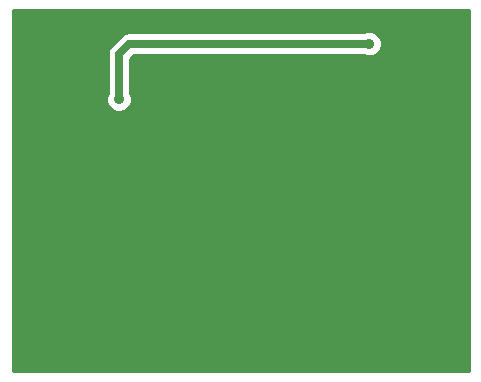
<source format=gbl>
%FSLAX46Y46*%
G04 Gerber Fmt 4.6, Leading zero omitted, Abs format (unit mm)*
G04 Created by KiCad (PCBNEW (2014-08-31 BZR 5107)-product) date tor 20 aug 2015 12:53:14*
%MOMM*%
G01*
G04 APERTURE LIST*
%ADD10C,0.100000*%
%ADD11C,0.889000*%
%ADD12C,0.254000*%
%ADD13C,0.635000*%
G04 APERTURE END LIST*
D10*
D11*
X135636000Y-80264000D03*
X137160000Y-80264000D03*
X138684000Y-80264000D03*
X140208000Y-80264000D03*
X141732000Y-80264000D03*
X143256000Y-80264000D03*
X144780000Y-80264000D03*
X144780000Y-81788000D03*
X144780000Y-83312000D03*
X144780000Y-84836000D03*
X144780000Y-86360000D03*
X143256000Y-86360000D03*
X143256000Y-84836000D03*
X143256000Y-83312000D03*
X143256000Y-81788000D03*
X141732000Y-81788000D03*
X141732000Y-83312000D03*
X141732000Y-84836000D03*
X141732000Y-86360000D03*
X140208000Y-86360000D03*
X140208000Y-84836000D03*
X140208000Y-83312000D03*
X140208000Y-81788000D03*
X138684000Y-81788000D03*
X137160000Y-81788000D03*
X135636000Y-81788000D03*
X135636000Y-83312000D03*
X137160000Y-83312000D03*
X138684000Y-83312000D03*
X138684000Y-84836000D03*
X137160000Y-84836000D03*
X135636000Y-84836000D03*
X135636000Y-86360000D03*
X137160000Y-86360000D03*
X138684000Y-86360000D03*
X124460000Y-80264000D03*
X125984000Y-80264000D03*
X127508000Y-80264000D03*
X129032000Y-80264000D03*
X130556000Y-80264000D03*
X132080000Y-80264000D03*
X133604000Y-80264000D03*
X133604000Y-81788000D03*
X133604000Y-83312000D03*
X133604000Y-84836000D03*
X133604000Y-86360000D03*
X132080000Y-86360000D03*
X132080000Y-84836000D03*
X132080000Y-83312000D03*
X132080000Y-81788000D03*
X130556000Y-81788000D03*
X129032000Y-81788000D03*
X127508000Y-81788000D03*
X125984000Y-81788000D03*
X124460000Y-81788000D03*
X124460000Y-83312000D03*
X125984000Y-83312000D03*
X127508000Y-83312000D03*
X129032000Y-83312000D03*
X130556000Y-83312000D03*
X130556000Y-84836000D03*
X129032000Y-84836000D03*
X127508000Y-84836000D03*
X125984000Y-84836000D03*
X124460000Y-84836000D03*
X124460000Y-86360000D03*
X125984000Y-86360000D03*
X127508000Y-86360000D03*
X129032000Y-86360000D03*
X130556000Y-86360000D03*
X142875000Y-74549000D03*
X121666000Y-79248000D03*
D12*
X135636000Y-80264000D02*
X137160000Y-80264000D01*
X138684000Y-80264000D02*
X140208000Y-80264000D01*
X141732000Y-80264000D02*
X143256000Y-80264000D01*
X144780000Y-80264000D02*
X144780000Y-81788000D01*
X144780000Y-83312000D02*
X144780000Y-84836000D01*
X144780000Y-86360000D02*
X143256000Y-86360000D01*
X143256000Y-84836000D02*
X143256000Y-83312000D01*
X143256000Y-81788000D02*
X141732000Y-81788000D01*
X141732000Y-83312000D02*
X141732000Y-84836000D01*
X141732000Y-86360000D02*
X140208000Y-86360000D01*
X140208000Y-84836000D02*
X140208000Y-83312000D01*
X140208000Y-81788000D02*
X138684000Y-81788000D01*
X137160000Y-81788000D02*
X135636000Y-81788000D01*
X135636000Y-83312000D02*
X137160000Y-83312000D01*
X138684000Y-83312000D02*
X138684000Y-84836000D01*
X137160000Y-84836000D02*
X135636000Y-84836000D01*
X135636000Y-86360000D02*
X137160000Y-86360000D01*
X124460000Y-80264000D02*
X125984000Y-80264000D01*
X127508000Y-80264000D02*
X129032000Y-80264000D01*
X130556000Y-80264000D02*
X132080000Y-80264000D01*
X133604000Y-80264000D02*
X133604000Y-81788000D01*
X133604000Y-83312000D02*
X133604000Y-84836000D01*
X133604000Y-86360000D02*
X132080000Y-86360000D01*
X132080000Y-84836000D02*
X132080000Y-83312000D01*
X132080000Y-81788000D02*
X130556000Y-81788000D01*
X129032000Y-81788000D02*
X127508000Y-81788000D01*
X125984000Y-81788000D02*
X124460000Y-81788000D01*
X124460000Y-83312000D02*
X125984000Y-83312000D01*
X127508000Y-83312000D02*
X129032000Y-83312000D01*
X130556000Y-83312000D02*
X130556000Y-84836000D01*
X129032000Y-84836000D02*
X127508000Y-84836000D01*
X125984000Y-84836000D02*
X124460000Y-84836000D01*
X124460000Y-86360000D02*
X125984000Y-86360000D01*
X127508000Y-86360000D02*
X129032000Y-86360000D01*
D13*
X134112000Y-74549000D02*
X142875000Y-74549000D01*
X122555000Y-74549000D02*
X134112000Y-74549000D01*
X121666000Y-75438000D02*
X122555000Y-74549000D01*
X121666000Y-79248000D02*
X121666000Y-75438000D01*
D12*
G36*
X151290000Y-102290000D02*
X143954687Y-102290000D01*
X143954687Y-74335216D01*
X143790689Y-73938311D01*
X143487286Y-73634378D01*
X143090668Y-73469687D01*
X142661216Y-73469313D01*
X142353400Y-73596500D01*
X134112000Y-73596500D01*
X122555000Y-73596500D01*
X122190494Y-73669005D01*
X121881481Y-73875481D01*
X120992481Y-74764481D01*
X120786005Y-75073494D01*
X120713500Y-75438000D01*
X120713500Y-78726933D01*
X120586687Y-79032332D01*
X120586313Y-79461784D01*
X120750311Y-79858689D01*
X121053714Y-80162622D01*
X121450332Y-80327313D01*
X121879784Y-80327687D01*
X122276689Y-80163689D01*
X122580622Y-79860286D01*
X122745313Y-79463668D01*
X122745687Y-79034216D01*
X122618500Y-78726400D01*
X122618500Y-75832538D01*
X122949538Y-75501500D01*
X134112000Y-75501500D01*
X142353933Y-75501500D01*
X142659332Y-75628313D01*
X143088784Y-75628687D01*
X143485689Y-75464689D01*
X143789622Y-75161286D01*
X143954313Y-74764668D01*
X143954687Y-74335216D01*
X143954687Y-102290000D01*
X112710000Y-102290000D01*
X112710000Y-71710000D01*
X151290000Y-71710000D01*
X151290000Y-102290000D01*
X151290000Y-102290000D01*
G37*
X151290000Y-102290000D02*
X143954687Y-102290000D01*
X143954687Y-74335216D01*
X143790689Y-73938311D01*
X143487286Y-73634378D01*
X143090668Y-73469687D01*
X142661216Y-73469313D01*
X142353400Y-73596500D01*
X134112000Y-73596500D01*
X122555000Y-73596500D01*
X122190494Y-73669005D01*
X121881481Y-73875481D01*
X120992481Y-74764481D01*
X120786005Y-75073494D01*
X120713500Y-75438000D01*
X120713500Y-78726933D01*
X120586687Y-79032332D01*
X120586313Y-79461784D01*
X120750311Y-79858689D01*
X121053714Y-80162622D01*
X121450332Y-80327313D01*
X121879784Y-80327687D01*
X122276689Y-80163689D01*
X122580622Y-79860286D01*
X122745313Y-79463668D01*
X122745687Y-79034216D01*
X122618500Y-78726400D01*
X122618500Y-75832538D01*
X122949538Y-75501500D01*
X134112000Y-75501500D01*
X142353933Y-75501500D01*
X142659332Y-75628313D01*
X143088784Y-75628687D01*
X143485689Y-75464689D01*
X143789622Y-75161286D01*
X143954313Y-74764668D01*
X143954687Y-74335216D01*
X143954687Y-102290000D01*
X112710000Y-102290000D01*
X112710000Y-71710000D01*
X151290000Y-71710000D01*
X151290000Y-102290000D01*
M02*

</source>
